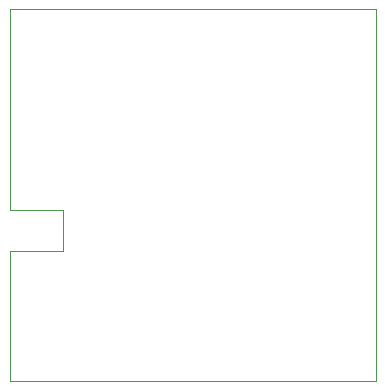
<source format=gko>
G04 #@! TF.GenerationSoftware,KiCad,Pcbnew,(5.1.6-0-10_14)*
G04 #@! TF.CreationDate,2020-10-13T19:53:42+09:00*
G04 #@! TF.ProjectId,teabiscuits_compute,74656162-6973-4637-9569-74735f636f6d,rev?*
G04 #@! TF.SameCoordinates,Original*
G04 #@! TF.FileFunction,Profile,NP*
%FSLAX46Y46*%
G04 Gerber Fmt 4.6, Leading zero omitted, Abs format (unit mm)*
G04 Created by KiCad (PCBNEW (5.1.6-0-10_14)) date 2020-10-13 19:53:42*
%MOMM*%
%LPD*%
G01*
G04 APERTURE LIST*
G04 #@! TA.AperFunction,Profile*
%ADD10C,0.050000*%
G04 #@! TD*
G04 #@! TA.AperFunction,Profile*
%ADD11C,0.100000*%
G04 #@! TD*
G04 APERTURE END LIST*
D10*
X137500000Y-146000000D02*
X140000000Y-146000000D01*
X137500000Y-163000000D02*
X137500000Y-146000000D01*
X168500000Y-146000000D02*
X140000000Y-146000000D01*
X168500000Y-147000000D02*
X168500000Y-146000000D01*
X168500000Y-177500000D02*
X168500000Y-147000000D01*
X137500000Y-177500000D02*
X168500000Y-177500000D01*
X137500000Y-166500000D02*
X137500000Y-177500000D01*
D11*
X142000000Y-163000000D02*
X137500000Y-163000000D01*
X142000000Y-166500000D02*
X142000000Y-163000000D01*
X137500000Y-166500000D02*
X142000000Y-166500000D01*
M02*

</source>
